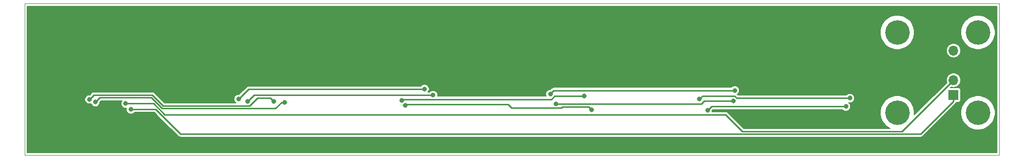
<source format=gbr>
G04 #@! TF.GenerationSoftware,KiCad,Pcbnew,(5.1.4)-1*
G04 #@! TF.CreationDate,2019-10-05T20:16:33-07:00*
G04 #@! TF.ProjectId,teh,7465682e-6b69-4636-9164-5f7063625858,rev?*
G04 #@! TF.SameCoordinates,Original*
G04 #@! TF.FileFunction,Copper,L2,Bot*
G04 #@! TF.FilePolarity,Positive*
%FSLAX46Y46*%
G04 Gerber Fmt 4.6, Leading zero omitted, Abs format (unit mm)*
G04 Created by KiCad (PCBNEW (5.1.4)-1) date 2019-10-05 20:16:33*
%MOMM*%
%LPD*%
G04 APERTURE LIST*
%ADD10C,0.050000*%
%ADD11C,4.200000*%
%ADD12R,1.700000X1.700000*%
%ADD13O,1.700000X1.700000*%
%ADD14C,0.800000*%
%ADD15C,0.250000*%
%ADD16C,0.200000*%
G04 APERTURE END LIST*
D10*
X91440000Y-38100000D02*
X258445000Y-38100000D01*
X91440000Y-64135000D02*
X91440000Y-38100000D01*
X258445000Y-64135000D02*
X91440000Y-64135000D01*
X258445000Y-38100000D02*
X258445000Y-64135000D01*
D11*
X254787400Y-43027600D03*
X240957100Y-43027600D03*
X240957100Y-56857900D03*
X254787400Y-56857900D03*
D12*
X250596400Y-53797200D03*
D13*
X250596400Y-51257200D03*
X250596400Y-48717200D03*
X250596400Y-46177200D03*
D14*
X128206000Y-62290000D03*
X154472000Y-62290000D03*
X180738000Y-62290000D03*
X229218700Y-62170500D03*
X101940000Y-62290000D03*
X207004000Y-62290000D03*
X95885000Y-45720000D03*
X120650000Y-45720000D03*
X141605000Y-45720000D03*
X106680000Y-46355000D03*
X152400000Y-46355000D03*
X163195000Y-46990000D03*
X181610000Y-45085000D03*
X193040000Y-44450000D03*
X195580000Y-45720000D03*
X212090000Y-46990000D03*
X224790000Y-45720000D03*
X233680000Y-45720000D03*
X239395000Y-46990000D03*
X202565000Y-47625000D03*
X177800000Y-48895000D03*
X168910000Y-48260000D03*
X157480000Y-48895000D03*
X138430000Y-48260000D03*
X127635000Y-46990000D03*
X132715000Y-48895000D03*
X116205000Y-48895000D03*
X102870000Y-48260000D03*
X92710000Y-48260000D03*
X109651800Y-56286400D03*
X108775500Y-55283100D03*
X136029700Y-55041800D03*
X103581200Y-55029100D03*
X134124700Y-54927500D03*
X102552500Y-54571900D03*
X128104900Y-54508400D03*
X159972001Y-52775778D03*
X161442400Y-53808800D03*
X129667000Y-54927500D03*
X156083000Y-54711600D03*
X187286900Y-54013100D03*
X188569600Y-56324500D03*
X156629100Y-55626000D03*
X213138986Y-53017877D03*
X181521100Y-53670200D03*
X212864700Y-54813200D03*
X182499000Y-55295800D03*
X208457800Y-56464200D03*
X232156000Y-55791100D03*
X207073500Y-54521100D03*
X232829100Y-54356000D03*
D15*
X109651800Y-56286400D02*
X113902070Y-56286400D01*
X115142435Y-57526765D02*
X118135981Y-60520311D01*
X115142435Y-57526765D02*
X115254881Y-57639211D01*
X113902070Y-56286400D02*
X115142435Y-57526765D01*
X243281289Y-60520311D02*
X242654089Y-60520311D01*
X244973289Y-60520311D02*
X242206511Y-60520311D01*
X250596400Y-54897200D02*
X244973289Y-60520311D01*
X250596400Y-53797200D02*
X250596400Y-54897200D01*
X118135981Y-60520311D02*
X242206511Y-60520311D01*
X242206511Y-60520311D02*
X242654089Y-60520311D01*
X113535180Y-55283100D02*
X115441281Y-57189201D01*
X108775500Y-55283100D02*
X113535180Y-55283100D01*
X115441281Y-57189201D02*
X211561701Y-57189201D01*
X211561701Y-57189201D02*
X214442801Y-60070301D01*
X241783299Y-60070301D02*
X240892901Y-60070301D01*
X250596400Y-51257200D02*
X241783299Y-60070301D01*
X214442801Y-60070301D02*
X240892901Y-60070301D01*
X136029700Y-55041800D02*
X135464015Y-55041800D01*
X104350390Y-54259910D02*
X113148400Y-54259910D01*
X103581200Y-55029100D02*
X104350390Y-54259910D01*
X134403304Y-56102511D02*
X135464015Y-55041800D01*
X114991001Y-56102511D02*
X134403304Y-56102511D01*
X113148400Y-54259910D02*
X114991001Y-56102511D01*
X134124700Y-54927500D02*
X133553200Y-54356000D01*
X133553200Y-54356000D02*
X131311502Y-54356000D01*
X131311502Y-54356000D02*
X130015001Y-55652501D01*
X130015001Y-55652501D02*
X115177401Y-55652501D01*
X115177401Y-55652501D02*
X113334800Y-53809900D01*
X113334800Y-53809900D02*
X103314500Y-53809900D01*
X103314500Y-53809900D02*
X102552500Y-54571900D01*
X159406316Y-52775778D02*
X159399038Y-52768500D01*
X159972001Y-52775778D02*
X159406316Y-52775778D01*
X159399038Y-52768500D02*
X129844800Y-52768500D01*
X129844800Y-52768500D02*
X128104900Y-54508400D01*
X161442400Y-53808800D02*
X130785700Y-53808800D01*
X130785700Y-53808800D02*
X129667000Y-54927500D01*
X156260800Y-54533800D02*
X156083000Y-54711600D01*
X181730502Y-54533800D02*
X156260800Y-54533800D01*
X182251202Y-54013100D02*
X181730502Y-54533800D01*
X187286900Y-54013100D02*
X182251202Y-54013100D01*
X188074300Y-55829200D02*
X183591200Y-55829200D01*
X188569600Y-56324500D02*
X188074300Y-55829200D01*
X183591200Y-55829200D02*
X183399599Y-56020801D01*
X156818499Y-55436601D02*
X156629100Y-55626000D01*
X183399599Y-56020801D02*
X174888919Y-56020801D01*
X174888919Y-56020801D02*
X174304719Y-55436601D01*
X174304719Y-55436601D02*
X156818499Y-55436601D01*
X213138986Y-53017877D02*
X182071823Y-53017877D01*
X182071823Y-53017877D02*
X181521100Y-53568600D01*
X181521100Y-53568600D02*
X181521100Y-53670200D01*
X207371802Y-55295800D02*
X182499000Y-55295800D01*
X212864700Y-54813200D02*
X207854402Y-54813200D01*
X207854402Y-54813200D02*
X207371802Y-55295800D01*
X209130900Y-55791100D02*
X208457800Y-56464200D01*
X232156000Y-55791100D02*
X209130900Y-55791100D01*
X207632300Y-53962300D02*
X207073500Y-54521100D01*
X213086802Y-53962300D02*
X207632300Y-53962300D01*
X213480502Y-54356000D02*
X213086802Y-53962300D01*
X232829100Y-54356000D02*
X213480502Y-54356000D01*
D16*
G36*
X258020001Y-63710000D02*
G01*
X91865000Y-63710000D01*
X91865000Y-54493107D01*
X101752500Y-54493107D01*
X101752500Y-54650693D01*
X101783243Y-54805251D01*
X101843549Y-54950842D01*
X101931099Y-55081870D01*
X102042530Y-55193301D01*
X102173558Y-55280851D01*
X102319149Y-55341157D01*
X102473707Y-55371900D01*
X102631293Y-55371900D01*
X102785851Y-55341157D01*
X102835949Y-55320406D01*
X102872249Y-55408042D01*
X102959799Y-55539070D01*
X103071230Y-55650501D01*
X103202258Y-55738051D01*
X103347849Y-55798357D01*
X103502407Y-55829100D01*
X103659993Y-55829100D01*
X103814551Y-55798357D01*
X103960142Y-55738051D01*
X104091170Y-55650501D01*
X104202601Y-55539070D01*
X104290151Y-55408042D01*
X104350457Y-55262451D01*
X104381200Y-55107893D01*
X104381200Y-54971562D01*
X104567852Y-54784910D01*
X108146228Y-54784910D01*
X108066549Y-54904158D01*
X108006243Y-55049749D01*
X107975500Y-55204307D01*
X107975500Y-55361893D01*
X108006243Y-55516451D01*
X108066549Y-55662042D01*
X108154099Y-55793070D01*
X108265530Y-55904501D01*
X108396558Y-55992051D01*
X108542149Y-56052357D01*
X108696707Y-56083100D01*
X108854293Y-56083100D01*
X108877483Y-56078487D01*
X108851800Y-56207607D01*
X108851800Y-56365193D01*
X108882543Y-56519751D01*
X108942849Y-56665342D01*
X109030399Y-56796370D01*
X109141830Y-56907801D01*
X109272858Y-56995351D01*
X109418449Y-57055657D01*
X109573007Y-57086400D01*
X109730593Y-57086400D01*
X109885151Y-57055657D01*
X110030742Y-56995351D01*
X110161770Y-56907801D01*
X110258171Y-56811400D01*
X113684609Y-56811400D01*
X114789438Y-57916230D01*
X114789444Y-57916235D01*
X117746515Y-60873307D01*
X117762954Y-60893338D01*
X117842895Y-60958944D01*
X117934100Y-61007694D01*
X118033063Y-61037714D01*
X118110193Y-61045311D01*
X118110200Y-61045311D01*
X118135980Y-61047850D01*
X118161760Y-61045311D01*
X244947509Y-61045311D01*
X244973289Y-61047850D01*
X244999069Y-61045311D01*
X244999077Y-61045311D01*
X245076207Y-61037714D01*
X245175170Y-61007694D01*
X245266375Y-60958944D01*
X245346316Y-60893338D01*
X245362760Y-60873301D01*
X249668712Y-56567350D01*
X251837400Y-56567350D01*
X251837400Y-57148450D01*
X251950767Y-57718383D01*
X252173144Y-58255249D01*
X252495985Y-58738416D01*
X252906884Y-59149315D01*
X253390051Y-59472156D01*
X253926917Y-59694533D01*
X254496850Y-59807900D01*
X255077950Y-59807900D01*
X255647883Y-59694533D01*
X256184749Y-59472156D01*
X256667916Y-59149315D01*
X257078815Y-58738416D01*
X257401656Y-58255249D01*
X257624033Y-57718383D01*
X257737400Y-57148450D01*
X257737400Y-56567350D01*
X257624033Y-55997417D01*
X257401656Y-55460551D01*
X257078815Y-54977384D01*
X256667916Y-54566485D01*
X256184749Y-54243644D01*
X255647883Y-54021267D01*
X255077950Y-53907900D01*
X254496850Y-53907900D01*
X253926917Y-54021267D01*
X253390051Y-54243644D01*
X252906884Y-54566485D01*
X252495985Y-54977384D01*
X252173144Y-55460551D01*
X251950767Y-55997417D01*
X251837400Y-56567350D01*
X249668712Y-56567350D01*
X250949401Y-55286662D01*
X250969427Y-55270227D01*
X250985862Y-55250201D01*
X250985866Y-55250197D01*
X251035033Y-55190286D01*
X251083783Y-55099081D01*
X251098934Y-55049135D01*
X251446400Y-55049135D01*
X251524814Y-55041412D01*
X251600214Y-55018540D01*
X251669703Y-54981397D01*
X251730611Y-54931411D01*
X251780597Y-54870503D01*
X251817740Y-54801014D01*
X251840612Y-54725614D01*
X251848335Y-54647200D01*
X251848335Y-52947200D01*
X251840612Y-52868786D01*
X251817740Y-52793386D01*
X251780597Y-52723897D01*
X251730611Y-52662989D01*
X251669703Y-52613003D01*
X251600214Y-52575860D01*
X251524814Y-52552988D01*
X251446400Y-52545265D01*
X250050797Y-52545265D01*
X250163833Y-52432229D01*
X250351357Y-52489113D01*
X250534995Y-52507200D01*
X250657805Y-52507200D01*
X250841443Y-52489113D01*
X251077069Y-52417637D01*
X251294223Y-52301566D01*
X251484560Y-52145360D01*
X251640766Y-51955023D01*
X251756837Y-51737869D01*
X251828313Y-51502243D01*
X251852448Y-51257200D01*
X251828313Y-51012157D01*
X251756837Y-50776531D01*
X251640766Y-50559377D01*
X251484560Y-50369040D01*
X251294223Y-50212834D01*
X251077069Y-50096763D01*
X250841443Y-50025287D01*
X250657805Y-50007200D01*
X250534995Y-50007200D01*
X250351357Y-50025287D01*
X250115731Y-50096763D01*
X249898577Y-50212834D01*
X249708240Y-50369040D01*
X249552034Y-50559377D01*
X249435963Y-50776531D01*
X249364487Y-51012157D01*
X249340352Y-51257200D01*
X249364487Y-51502243D01*
X249421371Y-51689767D01*
X243893297Y-57217842D01*
X243907100Y-57148450D01*
X243907100Y-56567350D01*
X243793733Y-55997417D01*
X243571356Y-55460551D01*
X243248515Y-54977384D01*
X242837616Y-54566485D01*
X242354449Y-54243644D01*
X241817583Y-54021267D01*
X241247650Y-53907900D01*
X240666550Y-53907900D01*
X240096617Y-54021267D01*
X239559751Y-54243644D01*
X239076584Y-54566485D01*
X238665685Y-54977384D01*
X238342844Y-55460551D01*
X238120467Y-55997417D01*
X238007100Y-56567350D01*
X238007100Y-57148450D01*
X238120467Y-57718383D01*
X238342844Y-58255249D01*
X238665685Y-58738416D01*
X239076584Y-59149315D01*
X239559751Y-59472156D01*
X239736339Y-59545301D01*
X214660263Y-59545301D01*
X211951172Y-56836211D01*
X211934728Y-56816174D01*
X211854787Y-56750568D01*
X211763582Y-56701818D01*
X211664619Y-56671798D01*
X211587489Y-56664201D01*
X211587481Y-56664201D01*
X211561701Y-56661662D01*
X211535921Y-56664201D01*
X209233691Y-56664201D01*
X209257800Y-56542993D01*
X209257800Y-56406662D01*
X209348362Y-56316100D01*
X231549629Y-56316100D01*
X231646030Y-56412501D01*
X231777058Y-56500051D01*
X231922649Y-56560357D01*
X232077207Y-56591100D01*
X232234793Y-56591100D01*
X232389351Y-56560357D01*
X232534942Y-56500051D01*
X232665970Y-56412501D01*
X232777401Y-56301070D01*
X232864951Y-56170042D01*
X232925257Y-56024451D01*
X232956000Y-55869893D01*
X232956000Y-55712307D01*
X232925257Y-55557749D01*
X232864951Y-55412158D01*
X232777401Y-55281130D01*
X232665970Y-55169699D01*
X232601030Y-55126307D01*
X232750307Y-55156000D01*
X232907893Y-55156000D01*
X233062451Y-55125257D01*
X233208042Y-55064951D01*
X233339070Y-54977401D01*
X233450501Y-54865970D01*
X233538051Y-54734942D01*
X233598357Y-54589351D01*
X233629100Y-54434793D01*
X233629100Y-54277207D01*
X233598357Y-54122649D01*
X233538051Y-53977058D01*
X233450501Y-53846030D01*
X233339070Y-53734599D01*
X233208042Y-53647049D01*
X233062451Y-53586743D01*
X232907893Y-53556000D01*
X232750307Y-53556000D01*
X232595749Y-53586743D01*
X232450158Y-53647049D01*
X232319130Y-53734599D01*
X232222729Y-53831000D01*
X213697964Y-53831000D01*
X213563405Y-53696441D01*
X213648956Y-53639278D01*
X213760387Y-53527847D01*
X213847937Y-53396819D01*
X213908243Y-53251228D01*
X213938986Y-53096670D01*
X213938986Y-52939084D01*
X213908243Y-52784526D01*
X213847937Y-52638935D01*
X213760387Y-52507907D01*
X213648956Y-52396476D01*
X213517928Y-52308926D01*
X213372337Y-52248620D01*
X213217779Y-52217877D01*
X213060193Y-52217877D01*
X212905635Y-52248620D01*
X212760044Y-52308926D01*
X212629016Y-52396476D01*
X212532615Y-52492877D01*
X182097603Y-52492877D01*
X182071823Y-52490338D01*
X182046043Y-52492877D01*
X182046035Y-52492877D01*
X181968905Y-52500474D01*
X181869942Y-52530494D01*
X181778737Y-52579244D01*
X181698796Y-52644850D01*
X181682356Y-52664882D01*
X181477038Y-52870200D01*
X181442307Y-52870200D01*
X181287749Y-52900943D01*
X181142158Y-52961249D01*
X181011130Y-53048799D01*
X180899699Y-53160230D01*
X180812149Y-53291258D01*
X180751843Y-53436849D01*
X180721100Y-53591407D01*
X180721100Y-53748993D01*
X180751843Y-53903551D01*
X180795439Y-54008800D01*
X162218291Y-54008800D01*
X162242400Y-53887593D01*
X162242400Y-53730007D01*
X162211657Y-53575449D01*
X162151351Y-53429858D01*
X162063801Y-53298830D01*
X161952370Y-53187399D01*
X161821342Y-53099849D01*
X161675751Y-53039543D01*
X161521193Y-53008800D01*
X161363607Y-53008800D01*
X161209049Y-53039543D01*
X161063458Y-53099849D01*
X160932430Y-53187399D01*
X160836029Y-53283800D01*
X160594704Y-53283800D01*
X160680952Y-53154720D01*
X160741258Y-53009129D01*
X160772001Y-52854571D01*
X160772001Y-52696985D01*
X160741258Y-52542427D01*
X160680952Y-52396836D01*
X160593402Y-52265808D01*
X160481971Y-52154377D01*
X160350943Y-52066827D01*
X160205352Y-52006521D01*
X160050794Y-51975778D01*
X159893208Y-51975778D01*
X159738650Y-52006521D01*
X159593059Y-52066827D01*
X159462031Y-52154377D01*
X159372908Y-52243500D01*
X129870579Y-52243500D01*
X129844799Y-52240961D01*
X129819019Y-52243500D01*
X129819012Y-52243500D01*
X129741882Y-52251097D01*
X129642919Y-52281117D01*
X129551714Y-52329867D01*
X129471773Y-52395473D01*
X129455334Y-52415504D01*
X128162439Y-53708400D01*
X128026107Y-53708400D01*
X127871549Y-53739143D01*
X127725958Y-53799449D01*
X127594930Y-53886999D01*
X127483499Y-53998430D01*
X127395949Y-54129458D01*
X127335643Y-54275049D01*
X127304900Y-54429607D01*
X127304900Y-54587193D01*
X127335643Y-54741751D01*
X127395949Y-54887342D01*
X127483499Y-55018370D01*
X127592630Y-55127501D01*
X115394863Y-55127501D01*
X113724271Y-53456910D01*
X113707827Y-53436873D01*
X113627886Y-53371267D01*
X113536681Y-53322517D01*
X113437718Y-53292497D01*
X113360588Y-53284900D01*
X113360580Y-53284900D01*
X113334800Y-53282361D01*
X113309020Y-53284900D01*
X103340288Y-53284900D01*
X103314500Y-53282360D01*
X103288712Y-53284900D01*
X103211582Y-53292497D01*
X103112619Y-53322517D01*
X103021414Y-53371267D01*
X102996518Y-53391699D01*
X102961503Y-53420434D01*
X102961499Y-53420438D01*
X102941473Y-53436873D01*
X102925038Y-53456899D01*
X102610038Y-53771900D01*
X102473707Y-53771900D01*
X102319149Y-53802643D01*
X102173558Y-53862949D01*
X102042530Y-53950499D01*
X101931099Y-54061930D01*
X101843549Y-54192958D01*
X101783243Y-54338549D01*
X101752500Y-54493107D01*
X91865000Y-54493107D01*
X91865000Y-46177200D01*
X249340352Y-46177200D01*
X249364487Y-46422243D01*
X249435963Y-46657869D01*
X249552034Y-46875023D01*
X249708240Y-47065360D01*
X249898577Y-47221566D01*
X250115731Y-47337637D01*
X250351357Y-47409113D01*
X250534995Y-47427200D01*
X250657805Y-47427200D01*
X250841443Y-47409113D01*
X251077069Y-47337637D01*
X251294223Y-47221566D01*
X251484560Y-47065360D01*
X251640766Y-46875023D01*
X251756837Y-46657869D01*
X251828313Y-46422243D01*
X251852448Y-46177200D01*
X251828313Y-45932157D01*
X251756837Y-45696531D01*
X251640766Y-45479377D01*
X251484560Y-45289040D01*
X251294223Y-45132834D01*
X251077069Y-45016763D01*
X250841443Y-44945287D01*
X250657805Y-44927200D01*
X250534995Y-44927200D01*
X250351357Y-44945287D01*
X250115731Y-45016763D01*
X249898577Y-45132834D01*
X249708240Y-45289040D01*
X249552034Y-45479377D01*
X249435963Y-45696531D01*
X249364487Y-45932157D01*
X249340352Y-46177200D01*
X91865000Y-46177200D01*
X91865000Y-42737050D01*
X238007100Y-42737050D01*
X238007100Y-43318150D01*
X238120467Y-43888083D01*
X238342844Y-44424949D01*
X238665685Y-44908116D01*
X239076584Y-45319015D01*
X239559751Y-45641856D01*
X240096617Y-45864233D01*
X240666550Y-45977600D01*
X241247650Y-45977600D01*
X241817583Y-45864233D01*
X242354449Y-45641856D01*
X242837616Y-45319015D01*
X243248515Y-44908116D01*
X243571356Y-44424949D01*
X243793733Y-43888083D01*
X243907100Y-43318150D01*
X243907100Y-42737050D01*
X251837400Y-42737050D01*
X251837400Y-43318150D01*
X251950767Y-43888083D01*
X252173144Y-44424949D01*
X252495985Y-44908116D01*
X252906884Y-45319015D01*
X253390051Y-45641856D01*
X253926917Y-45864233D01*
X254496850Y-45977600D01*
X255077950Y-45977600D01*
X255647883Y-45864233D01*
X256184749Y-45641856D01*
X256667916Y-45319015D01*
X257078815Y-44908116D01*
X257401656Y-44424949D01*
X257624033Y-43888083D01*
X257737400Y-43318150D01*
X257737400Y-42737050D01*
X257624033Y-42167117D01*
X257401656Y-41630251D01*
X257078815Y-41147084D01*
X256667916Y-40736185D01*
X256184749Y-40413344D01*
X255647883Y-40190967D01*
X255077950Y-40077600D01*
X254496850Y-40077600D01*
X253926917Y-40190967D01*
X253390051Y-40413344D01*
X252906884Y-40736185D01*
X252495985Y-41147084D01*
X252173144Y-41630251D01*
X251950767Y-42167117D01*
X251837400Y-42737050D01*
X243907100Y-42737050D01*
X243793733Y-42167117D01*
X243571356Y-41630251D01*
X243248515Y-41147084D01*
X242837616Y-40736185D01*
X242354449Y-40413344D01*
X241817583Y-40190967D01*
X241247650Y-40077600D01*
X240666550Y-40077600D01*
X240096617Y-40190967D01*
X239559751Y-40413344D01*
X239076584Y-40736185D01*
X238665685Y-41147084D01*
X238342844Y-41630251D01*
X238120467Y-42167117D01*
X238007100Y-42737050D01*
X91865000Y-42737050D01*
X91865000Y-38525000D01*
X258020000Y-38525000D01*
X258020001Y-63710000D01*
X258020001Y-63710000D01*
G37*
X258020001Y-63710000D02*
X91865000Y-63710000D01*
X91865000Y-54493107D01*
X101752500Y-54493107D01*
X101752500Y-54650693D01*
X101783243Y-54805251D01*
X101843549Y-54950842D01*
X101931099Y-55081870D01*
X102042530Y-55193301D01*
X102173558Y-55280851D01*
X102319149Y-55341157D01*
X102473707Y-55371900D01*
X102631293Y-55371900D01*
X102785851Y-55341157D01*
X102835949Y-55320406D01*
X102872249Y-55408042D01*
X102959799Y-55539070D01*
X103071230Y-55650501D01*
X103202258Y-55738051D01*
X103347849Y-55798357D01*
X103502407Y-55829100D01*
X103659993Y-55829100D01*
X103814551Y-55798357D01*
X103960142Y-55738051D01*
X104091170Y-55650501D01*
X104202601Y-55539070D01*
X104290151Y-55408042D01*
X104350457Y-55262451D01*
X104381200Y-55107893D01*
X104381200Y-54971562D01*
X104567852Y-54784910D01*
X108146228Y-54784910D01*
X108066549Y-54904158D01*
X108006243Y-55049749D01*
X107975500Y-55204307D01*
X107975500Y-55361893D01*
X108006243Y-55516451D01*
X108066549Y-55662042D01*
X108154099Y-55793070D01*
X108265530Y-55904501D01*
X108396558Y-55992051D01*
X108542149Y-56052357D01*
X108696707Y-56083100D01*
X108854293Y-56083100D01*
X108877483Y-56078487D01*
X108851800Y-56207607D01*
X108851800Y-56365193D01*
X108882543Y-56519751D01*
X108942849Y-56665342D01*
X109030399Y-56796370D01*
X109141830Y-56907801D01*
X109272858Y-56995351D01*
X109418449Y-57055657D01*
X109573007Y-57086400D01*
X109730593Y-57086400D01*
X109885151Y-57055657D01*
X110030742Y-56995351D01*
X110161770Y-56907801D01*
X110258171Y-56811400D01*
X113684609Y-56811400D01*
X114789438Y-57916230D01*
X114789444Y-57916235D01*
X117746515Y-60873307D01*
X117762954Y-60893338D01*
X117842895Y-60958944D01*
X117934100Y-61007694D01*
X118033063Y-61037714D01*
X118110193Y-61045311D01*
X118110200Y-61045311D01*
X118135980Y-61047850D01*
X118161760Y-61045311D01*
X244947509Y-61045311D01*
X244973289Y-61047850D01*
X244999069Y-61045311D01*
X244999077Y-61045311D01*
X245076207Y-61037714D01*
X245175170Y-61007694D01*
X245266375Y-60958944D01*
X245346316Y-60893338D01*
X245362760Y-60873301D01*
X249668712Y-56567350D01*
X251837400Y-56567350D01*
X251837400Y-57148450D01*
X251950767Y-57718383D01*
X252173144Y-58255249D01*
X252495985Y-58738416D01*
X252906884Y-59149315D01*
X253390051Y-59472156D01*
X253926917Y-59694533D01*
X254496850Y-59807900D01*
X255077950Y-59807900D01*
X255647883Y-59694533D01*
X256184749Y-59472156D01*
X256667916Y-59149315D01*
X257078815Y-58738416D01*
X257401656Y-58255249D01*
X257624033Y-57718383D01*
X257737400Y-57148450D01*
X257737400Y-56567350D01*
X257624033Y-55997417D01*
X257401656Y-55460551D01*
X257078815Y-54977384D01*
X256667916Y-54566485D01*
X256184749Y-54243644D01*
X255647883Y-54021267D01*
X255077950Y-53907900D01*
X254496850Y-53907900D01*
X253926917Y-54021267D01*
X253390051Y-54243644D01*
X252906884Y-54566485D01*
X252495985Y-54977384D01*
X252173144Y-55460551D01*
X251950767Y-55997417D01*
X251837400Y-56567350D01*
X249668712Y-56567350D01*
X250949401Y-55286662D01*
X250969427Y-55270227D01*
X250985862Y-55250201D01*
X250985866Y-55250197D01*
X251035033Y-55190286D01*
X251083783Y-55099081D01*
X251098934Y-55049135D01*
X251446400Y-55049135D01*
X251524814Y-55041412D01*
X251600214Y-55018540D01*
X251669703Y-54981397D01*
X251730611Y-54931411D01*
X251780597Y-54870503D01*
X251817740Y-54801014D01*
X251840612Y-54725614D01*
X251848335Y-54647200D01*
X251848335Y-52947200D01*
X251840612Y-52868786D01*
X251817740Y-52793386D01*
X251780597Y-52723897D01*
X251730611Y-52662989D01*
X251669703Y-52613003D01*
X251600214Y-52575860D01*
X251524814Y-52552988D01*
X251446400Y-52545265D01*
X250050797Y-52545265D01*
X250163833Y-52432229D01*
X250351357Y-52489113D01*
X250534995Y-52507200D01*
X250657805Y-52507200D01*
X250841443Y-52489113D01*
X251077069Y-52417637D01*
X251294223Y-52301566D01*
X251484560Y-52145360D01*
X251640766Y-51955023D01*
X251756837Y-51737869D01*
X251828313Y-51502243D01*
X251852448Y-51257200D01*
X251828313Y-51012157D01*
X251756837Y-50776531D01*
X251640766Y-50559377D01*
X251484560Y-50369040D01*
X251294223Y-50212834D01*
X251077069Y-50096763D01*
X250841443Y-50025287D01*
X250657805Y-50007200D01*
X250534995Y-50007200D01*
X250351357Y-50025287D01*
X250115731Y-50096763D01*
X249898577Y-50212834D01*
X249708240Y-50369040D01*
X249552034Y-50559377D01*
X249435963Y-50776531D01*
X249364487Y-51012157D01*
X249340352Y-51257200D01*
X249364487Y-51502243D01*
X249421371Y-51689767D01*
X243893297Y-57217842D01*
X243907100Y-57148450D01*
X243907100Y-56567350D01*
X243793733Y-55997417D01*
X243571356Y-55460551D01*
X243248515Y-54977384D01*
X242837616Y-54566485D01*
X242354449Y-54243644D01*
X241817583Y-54021267D01*
X241247650Y-53907900D01*
X240666550Y-53907900D01*
X240096617Y-54021267D01*
X239559751Y-54243644D01*
X239076584Y-54566485D01*
X238665685Y-54977384D01*
X238342844Y-55460551D01*
X238120467Y-55997417D01*
X238007100Y-56567350D01*
X238007100Y-57148450D01*
X238120467Y-57718383D01*
X238342844Y-58255249D01*
X238665685Y-58738416D01*
X239076584Y-59149315D01*
X239559751Y-59472156D01*
X239736339Y-59545301D01*
X214660263Y-59545301D01*
X211951172Y-56836211D01*
X211934728Y-56816174D01*
X211854787Y-56750568D01*
X211763582Y-56701818D01*
X211664619Y-56671798D01*
X211587489Y-56664201D01*
X211587481Y-56664201D01*
X211561701Y-56661662D01*
X211535921Y-56664201D01*
X209233691Y-56664201D01*
X209257800Y-56542993D01*
X209257800Y-56406662D01*
X209348362Y-56316100D01*
X231549629Y-56316100D01*
X231646030Y-56412501D01*
X231777058Y-56500051D01*
X231922649Y-56560357D01*
X232077207Y-56591100D01*
X232234793Y-56591100D01*
X232389351Y-56560357D01*
X232534942Y-56500051D01*
X232665970Y-56412501D01*
X232777401Y-56301070D01*
X232864951Y-56170042D01*
X232925257Y-56024451D01*
X232956000Y-55869893D01*
X232956000Y-55712307D01*
X232925257Y-55557749D01*
X232864951Y-55412158D01*
X232777401Y-55281130D01*
X232665970Y-55169699D01*
X232601030Y-55126307D01*
X232750307Y-55156000D01*
X232907893Y-55156000D01*
X233062451Y-55125257D01*
X233208042Y-55064951D01*
X233339070Y-54977401D01*
X233450501Y-54865970D01*
X233538051Y-54734942D01*
X233598357Y-54589351D01*
X233629100Y-54434793D01*
X233629100Y-54277207D01*
X233598357Y-54122649D01*
X233538051Y-53977058D01*
X233450501Y-53846030D01*
X233339070Y-53734599D01*
X233208042Y-53647049D01*
X233062451Y-53586743D01*
X232907893Y-53556000D01*
X232750307Y-53556000D01*
X232595749Y-53586743D01*
X232450158Y-53647049D01*
X232319130Y-53734599D01*
X232222729Y-53831000D01*
X213697964Y-53831000D01*
X213563405Y-53696441D01*
X213648956Y-53639278D01*
X213760387Y-53527847D01*
X213847937Y-53396819D01*
X213908243Y-53251228D01*
X213938986Y-53096670D01*
X213938986Y-52939084D01*
X213908243Y-52784526D01*
X213847937Y-52638935D01*
X213760387Y-52507907D01*
X213648956Y-52396476D01*
X213517928Y-52308926D01*
X213372337Y-52248620D01*
X213217779Y-52217877D01*
X213060193Y-52217877D01*
X212905635Y-52248620D01*
X212760044Y-52308926D01*
X212629016Y-52396476D01*
X212532615Y-52492877D01*
X182097603Y-52492877D01*
X182071823Y-52490338D01*
X182046043Y-52492877D01*
X182046035Y-52492877D01*
X181968905Y-52500474D01*
X181869942Y-52530494D01*
X181778737Y-52579244D01*
X181698796Y-52644850D01*
X181682356Y-52664882D01*
X181477038Y-52870200D01*
X181442307Y-52870200D01*
X181287749Y-52900943D01*
X181142158Y-52961249D01*
X181011130Y-53048799D01*
X180899699Y-53160230D01*
X180812149Y-53291258D01*
X180751843Y-53436849D01*
X180721100Y-53591407D01*
X180721100Y-53748993D01*
X180751843Y-53903551D01*
X180795439Y-54008800D01*
X162218291Y-54008800D01*
X162242400Y-53887593D01*
X162242400Y-53730007D01*
X162211657Y-53575449D01*
X162151351Y-53429858D01*
X162063801Y-53298830D01*
X161952370Y-53187399D01*
X161821342Y-53099849D01*
X161675751Y-53039543D01*
X161521193Y-53008800D01*
X161363607Y-53008800D01*
X161209049Y-53039543D01*
X161063458Y-53099849D01*
X160932430Y-53187399D01*
X160836029Y-53283800D01*
X160594704Y-53283800D01*
X160680952Y-53154720D01*
X160741258Y-53009129D01*
X160772001Y-52854571D01*
X160772001Y-52696985D01*
X160741258Y-52542427D01*
X160680952Y-52396836D01*
X160593402Y-52265808D01*
X160481971Y-52154377D01*
X160350943Y-52066827D01*
X160205352Y-52006521D01*
X160050794Y-51975778D01*
X159893208Y-51975778D01*
X159738650Y-52006521D01*
X159593059Y-52066827D01*
X159462031Y-52154377D01*
X159372908Y-52243500D01*
X129870579Y-52243500D01*
X129844799Y-52240961D01*
X129819019Y-52243500D01*
X129819012Y-52243500D01*
X129741882Y-52251097D01*
X129642919Y-52281117D01*
X129551714Y-52329867D01*
X129471773Y-52395473D01*
X129455334Y-52415504D01*
X128162439Y-53708400D01*
X128026107Y-53708400D01*
X127871549Y-53739143D01*
X127725958Y-53799449D01*
X127594930Y-53886999D01*
X127483499Y-53998430D01*
X127395949Y-54129458D01*
X127335643Y-54275049D01*
X127304900Y-54429607D01*
X127304900Y-54587193D01*
X127335643Y-54741751D01*
X127395949Y-54887342D01*
X127483499Y-55018370D01*
X127592630Y-55127501D01*
X115394863Y-55127501D01*
X113724271Y-53456910D01*
X113707827Y-53436873D01*
X113627886Y-53371267D01*
X113536681Y-53322517D01*
X113437718Y-53292497D01*
X113360588Y-53284900D01*
X113360580Y-53284900D01*
X113334800Y-53282361D01*
X113309020Y-53284900D01*
X103340288Y-53284900D01*
X103314500Y-53282360D01*
X103288712Y-53284900D01*
X103211582Y-53292497D01*
X103112619Y-53322517D01*
X103021414Y-53371267D01*
X102996518Y-53391699D01*
X102961503Y-53420434D01*
X102961499Y-53420438D01*
X102941473Y-53436873D01*
X102925038Y-53456899D01*
X102610038Y-53771900D01*
X102473707Y-53771900D01*
X102319149Y-53802643D01*
X102173558Y-53862949D01*
X102042530Y-53950499D01*
X101931099Y-54061930D01*
X101843549Y-54192958D01*
X101783243Y-54338549D01*
X101752500Y-54493107D01*
X91865000Y-54493107D01*
X91865000Y-46177200D01*
X249340352Y-46177200D01*
X249364487Y-46422243D01*
X249435963Y-46657869D01*
X249552034Y-46875023D01*
X249708240Y-47065360D01*
X249898577Y-47221566D01*
X250115731Y-47337637D01*
X250351357Y-47409113D01*
X250534995Y-47427200D01*
X250657805Y-47427200D01*
X250841443Y-47409113D01*
X251077069Y-47337637D01*
X251294223Y-47221566D01*
X251484560Y-47065360D01*
X251640766Y-46875023D01*
X251756837Y-46657869D01*
X251828313Y-46422243D01*
X251852448Y-46177200D01*
X251828313Y-45932157D01*
X251756837Y-45696531D01*
X251640766Y-45479377D01*
X251484560Y-45289040D01*
X251294223Y-45132834D01*
X251077069Y-45016763D01*
X250841443Y-44945287D01*
X250657805Y-44927200D01*
X250534995Y-44927200D01*
X250351357Y-44945287D01*
X250115731Y-45016763D01*
X249898577Y-45132834D01*
X249708240Y-45289040D01*
X249552034Y-45479377D01*
X249435963Y-45696531D01*
X249364487Y-45932157D01*
X249340352Y-46177200D01*
X91865000Y-46177200D01*
X91865000Y-42737050D01*
X238007100Y-42737050D01*
X238007100Y-43318150D01*
X238120467Y-43888083D01*
X238342844Y-44424949D01*
X238665685Y-44908116D01*
X239076584Y-45319015D01*
X239559751Y-45641856D01*
X240096617Y-45864233D01*
X240666550Y-45977600D01*
X241247650Y-45977600D01*
X241817583Y-45864233D01*
X242354449Y-45641856D01*
X242837616Y-45319015D01*
X243248515Y-44908116D01*
X243571356Y-44424949D01*
X243793733Y-43888083D01*
X243907100Y-43318150D01*
X243907100Y-42737050D01*
X251837400Y-42737050D01*
X251837400Y-43318150D01*
X251950767Y-43888083D01*
X252173144Y-44424949D01*
X252495985Y-44908116D01*
X252906884Y-45319015D01*
X253390051Y-45641856D01*
X253926917Y-45864233D01*
X254496850Y-45977600D01*
X255077950Y-45977600D01*
X255647883Y-45864233D01*
X256184749Y-45641856D01*
X256667916Y-45319015D01*
X257078815Y-44908116D01*
X257401656Y-44424949D01*
X257624033Y-43888083D01*
X257737400Y-43318150D01*
X257737400Y-42737050D01*
X257624033Y-42167117D01*
X257401656Y-41630251D01*
X257078815Y-41147084D01*
X256667916Y-40736185D01*
X256184749Y-40413344D01*
X255647883Y-40190967D01*
X255077950Y-40077600D01*
X254496850Y-40077600D01*
X253926917Y-40190967D01*
X253390051Y-40413344D01*
X252906884Y-40736185D01*
X252495985Y-41147084D01*
X252173144Y-41630251D01*
X251950767Y-42167117D01*
X251837400Y-42737050D01*
X243907100Y-42737050D01*
X243793733Y-42167117D01*
X243571356Y-41630251D01*
X243248515Y-41147084D01*
X242837616Y-40736185D01*
X242354449Y-40413344D01*
X241817583Y-40190967D01*
X241247650Y-40077600D01*
X240666550Y-40077600D01*
X240096617Y-40190967D01*
X239559751Y-40413344D01*
X239076584Y-40736185D01*
X238665685Y-41147084D01*
X238342844Y-41630251D01*
X238120467Y-42167117D01*
X238007100Y-42737050D01*
X91865000Y-42737050D01*
X91865000Y-38525000D01*
X258020000Y-38525000D01*
X258020001Y-63710000D01*
M02*

</source>
